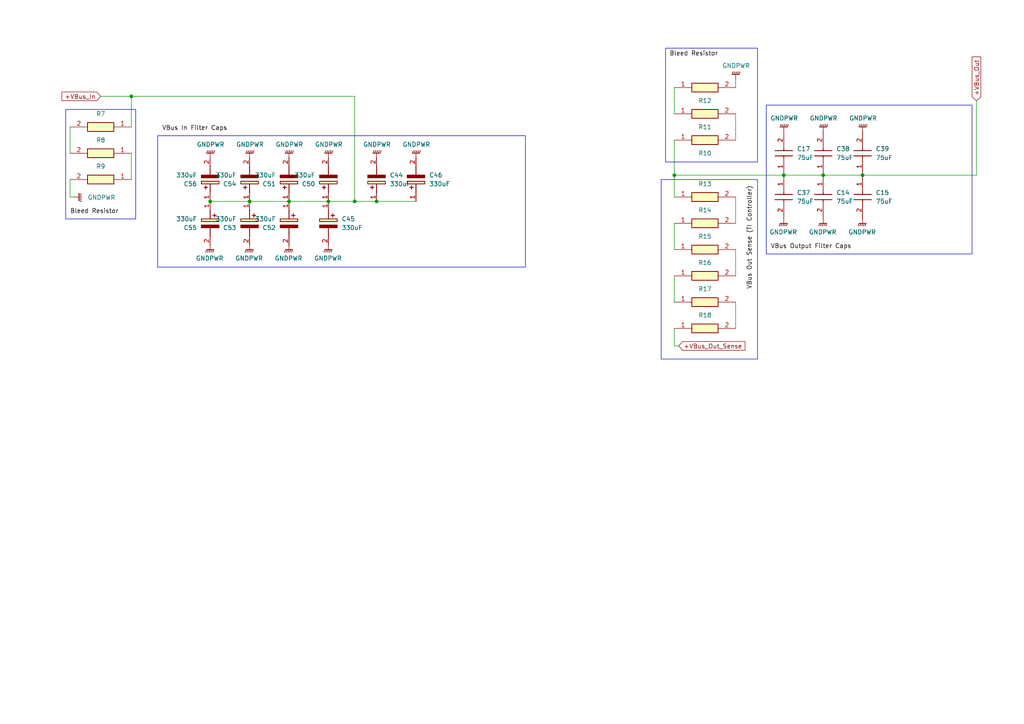
<source format=kicad_sch>
(kicad_sch (version 20250114) (generator "eeschema") (generator_version "9.0")
  (paper "A4")
  (title_block (title "5kw Modular Traction Inverter Boost Converter") (date "2025-02-02") (rev "1") (company "Rail Vehicle Traction Inverter") (comment 1 "UCSC") (comment 2 "Power Stages"))
  (lib_symbols
    (symbol "InverterCom:ALH82A750CB600" (pin_names (hide yes))
      (property "Reference" "C" (at 8.89 6.35 0))
      (property "Value" "ALH82A750CB600" (at 8.89 3.81 0))
      (symbol "ALH82A750CB600_1_1"
        (polyline (pts (xy 5.08 0) (xy 5.588 0)) (stroke (width 0.254)))
        (polyline (pts (xy 5.588 2.54) (xy 5.588 -2.54)) (stroke (width 0.254)))
        (polyline (pts (xy 7.112 2.54) (xy 7.112 -2.54)) (stroke (width 0.254)))
        (polyline (pts (xy 7.112 0) (xy 7.62 0)) (stroke (width 0.254)))
        (pin passive line (at 0 0 0) (length 5.08) (name "1") (number "1"))
        (pin passive line (at 12.7 0 180) (length 5.08) (name "2") (number "2"))
      )
    )
    (symbol "InverterCom:RC2512JK-071ML" (pin_names (hide yes))
      (property "Reference" "R" (at 13.97 6.35 0))
      (property "Value" "RC2512JK-071ML" (at 13.97 3.81 0))
      (symbol "RC2512JK-071ML_1_1"
        (rectangle (start 5.08 1.27) (end 12.7 -1.27) (stroke (width 0.254)) (fill (type background)))
        (pin passive line (at 0 0 0) (length 5.08) (name "1") (number "1"))
        (pin passive line (at 17.78 0 180) (length 5.08) (name "2") (number "2"))
      )
    )
    (symbol "InverterCom:SLPX331M200A1P3" (pin_names (hide yes))
      (property "Reference" "C" (at 8.89 6.35 0))
      (property "Value" "SLPX331M200A1P3" (at 8.89 3.81 0))
      (symbol "SLPX331M200A1P3_1_1"
        (polyline (pts (xy 2.54 0) (xy 5.08 0)) (stroke (width 0.254)))
        (polyline (pts (xy 4.064 1.778) (xy 4.064 0.762)) (stroke (width 0.254)))
        (polyline (pts (xy 4.572 1.27) (xy 3.556 1.27)) (stroke (width 0.254)))
        (rectangle (start 5.08 2.54) (end 5.842 -2.54) (stroke (width 0.254)) (fill (type background)))
        (polyline (pts (xy 7.62 2.54) (xy 7.62 -2.54) (xy 6.858 -2.54) (xy 6.858 2.54) (xy 7.62 2.54)) (stroke (width 0.254)) (fill (type outline)))
        (polyline (pts (xy 7.62 0) (xy 10.16 0)) (stroke (width 0.254)))
        (pin passive line (at 0 0 0) (length 2.54) (name "+") (number "1"))
        (pin passive line (at 12.7 0 180) (length 2.54) (name "-") (number "2"))
      )
    )
    (symbol "power:GNDPWR" (power) (pin_numbers (hide yes)) (pin_names (offset 0) (hide yes))
      (property "Value" "GNDPWR" (at 0 -3.302 0))
      (symbol "GNDPWR_0_1"
        (polyline (pts (xy -1.016 -1.27) (xy -1.27 -2.032) (xy -1.27 -2.032)) (stroke (width 0.2032)))
        (polyline (pts (xy -0.508 -1.27) (xy -0.762 -2.032) (xy -0.762 -2.032)) (stroke (width 0.2032)))
        (polyline (pts (xy 0 -1.27) (xy 0 0)))
        (polyline (pts (xy 0 -1.27) (xy -0.254 -2.032) (xy -0.254 -2.032)) (stroke (width 0.2032)))
        (polyline (pts (xy 0.508 -1.27) (xy 0.254 -2.032) (xy 0.254 -2.032)) (stroke (width 0.2032)))
        (polyline (pts (xy 1.016 -1.27) (xy -1.016 -1.27) (xy -1.016 -1.27)) (stroke (width 0.2032)))
        (polyline (pts (xy 1.016 -1.27) (xy 0.762 -2.032) (xy 0.762 -2.032) (xy 0.762 -2.032)) (stroke (width 0.2032)))
      )
      (symbol "GNDPWR_1_1"
        (pin power_in line (at 0 0 270) (length 0) (name "~") (number "1"))
      )
    )
  )
  (rectangle (start 222.25 30.48) (end 281.94 73.66))
  (rectangle (start 19.05 31.75) (end 39.37 63.5))
  (rectangle (start 191.77 52.07) (end 219.71 104.14))
  (rectangle (start 152.4 39.37) (end 45.72 77.47))
  (rectangle (start 219.71 46.99) (end 193.04 13.97))
  (junction (at 102.87 58.42))
  (junction (at 195.58 50.8))
  (junction (at 60.96 58.42))
  (junction (at 109.22 58.42))
  (junction (at 95.25 58.42))
  (junction (at 72.39 58.42))
  (junction (at 227.33 50.8))
  (junction (at 38.1 27.94))
  (junction (at 250.19 50.8))
  (junction (at 83.82 58.42))
  (junction (at 238.76 50.8))
  (wire (pts (xy 195.58 80.01) (xy 195.58 87.63)))
  (wire (pts (xy 213.36 22.86) (xy 213.36 25.4)))
  (wire (pts (xy 195.58 100.33) (xy 195.58 95.25)))
  (wire (pts (xy 227.33 50.8) (xy 238.76 50.8)))
  (wire (pts (xy 250.19 50.8) (xy 283.21 50.8)))
  (wire (pts (xy 83.82 58.42) (xy 72.39 58.42)))
  (wire (pts (xy 213.36 40.64) (xy 213.36 33.02)))
  (wire (pts (xy 213.36 87.63) (xy 213.36 95.25)))
  (wire (pts (xy 195.58 50.8) (xy 227.33 50.8)))
  (wire (pts (xy 213.36 72.39) (xy 213.36 80.01)))
  (wire (pts (xy 38.1 44.45) (xy 38.1 52.07)))
  (wire (pts (xy 195.58 64.77) (xy 195.58 72.39)))
  (wire (pts (xy 20.32 36.83) (xy 20.32 44.45)))
  (wire (pts (xy 195.58 25.4) (xy 195.58 33.02)))
  (wire (pts (xy 196.85 100.33) (xy 195.58 100.33)))
  (wire (pts (xy 20.32 52.07) (xy 20.32 57.15)))
  (wire (pts (xy 195.58 40.64) (xy 195.58 50.8)))
  (wire (pts (xy 195.58 50.8) (xy 195.58 57.15)))
  (wire (pts (xy 102.87 58.42) (xy 109.22 58.42)))
  (wire (pts (xy 72.39 58.42) (xy 60.96 58.42)))
  (wire (pts (xy 283.21 29.21) (xy 283.21 50.8)))
  (wire (pts (xy 120.65 58.42) (xy 109.22 58.42)))
  (wire (pts (xy 29.21 27.94) (xy 38.1 27.94)))
  (wire (pts (xy 20.32 57.15) (xy 21.59 57.15)))
  (wire (pts (xy 102.87 58.42) (xy 95.25 58.42)))
  (wire (pts (xy 95.25 58.42) (xy 83.82 58.42)))
  (wire (pts (xy 38.1 27.94) (xy 102.87 27.94)))
  (wire (pts (xy 38.1 27.94) (xy 38.1 36.83)))
  (wire (pts (xy 238.76 50.8) (xy 250.19 50.8)))
  (wire (pts (xy 213.36 57.15) (xy 213.36 64.77)))
  (wire (pts (xy 102.87 27.94) (xy 102.87 58.42)))
  (label "VBus In Filter Caps" (at 46.99 38.1 0))
  (label "Bleed Resistor" (at 208.28 16.51 180))
  (label "Bleed Resistor" (at 20.32 62.23 0))
  (label "VBus Out Sense (TI Controller)" (at 218.44 83.82 90))
  (label "VBus Output Filter Caps" (at 223.52 72.39 0))
  (global_label "+VBus_Out_Sense" (shape input) (at 196.85 100.33 0) (property "Intersheetrefs" "${INTERSHEET_REFS}" (effects (hide yes))))
  (global_label "+VBus_In" (shape input) (at 29.21 27.94 180) (property "Intersheetrefs" "${INTERSHEET_REFS}" (effects (hide yes))))
  (global_label "+VBus_Out" (shape input) (at 283.21 29.21 90) (property "Intersheetrefs" "${INTERSHEET_REFS}" (effects (hide yes))))
  (symbol (lib_id "InverterCom:RC2512JK-071ML") (at 195.58 40.64 0) (unit 1)
    (property "Reference" "R10" (at 204.47 44.45 0))
    (property "Value" "RC2512JK-071ML" (effects (hide yes)))
    (property "Footprint" "InverterCom:RESC6431X65N" (effects (hide yes)))
    (property "Datasheet" "https://www.yageo.com/upload/media/product/products/datasheet/rchip/PYu-RC_Group_51_RoHS_L_12.pdf" (effects (hide yes)))
    (property "Description" "1 MOhms +/-5% 1W Chip Resistor 2512 (6432 Metric) Moisture Resistant Thick Film" (effects (hide yes)))
    (property "Height" "0.65" (effects (hide yes)))
    (property "Mouser Part Number" "603-RC2512JK-071ML" (effects (hide yes)))
    (property "Mouser Price/Stock" "https://www.mouser.co.uk/ProductDetail/YAGEO/RC2512JK-071ML?qs=Fz%2FrpjPuTcGzVNzRy4mnPw%3D%3D" (effects (hide yes)))
    (property "Manufacturer_Name" "YAGEO" (effects (hide yes)))
    (property "Manufacturer_Part_Number" "RC2512JK-071ML" (effects (hide yes)))
  )
  (symbol (lib_id "InverterCom:RC2512JK-071ML") (at 38.1 52.07 180) (unit 1)
    (property "Reference" "R9" (at 29.21 48.26 0))
    (property "Value" "RC2512JK-071ML" (effects (hide yes)))
    (property "Footprint" "InverterCom:RESC6431X65N" (effects (hide yes)))
    (property "Datasheet" "https://www.yageo.com/upload/media/product/products/datasheet/rchip/PYu-RC_Group_51_RoHS_L_12.pdf" (effects (hide yes)))
    (property "Description" "1 MOhms +/-5% 1W Chip Resistor 2512 (6432 Metric) Moisture Resistant Thick Film" (effects (hide yes)))
    (property "Height" "0.65" (effects (hide yes)))
    (property "Mouser Part Number" "603-RC2512JK-071ML" (effects (hide yes)))
    (property "Mouser Price/Stock" "https://www.mouser.co.uk/ProductDetail/YAGEO/RC2512JK-071ML?qs=Fz%2FrpjPuTcGzVNzRy4mnPw%3D%3D" (effects (hide yes)))
    (property "Manufacturer_Name" "YAGEO" (effects (hide yes)))
    (property "Manufacturer_Part_Number" "RC2512JK-071ML" (effects (hide yes)))
  )
  (symbol (lib_id "InverterCom:ALH82A750CB600") (at 227.33 50.8 270) (unit 1)
    (property "Reference" "C37" (at 231.14 55.8799 90) (effects (justify left)))
    (property "Value" "75uF" (at 231.14 58.4199 90) (effects (justify left)))
    (property "Footprint" "InverterCom:ALH82A750CB600" (effects (hide yes)))
    (property "Datasheet" "https://search.kemet.com/component-documentation/download/specsheet/ALH82A750CB600" (effects (hide yes)))
    (property "Description" "75 F 600 V Aluminum Electrolytic Capacitors Radial, Can - Snap-In 1.861Ohm @ 100Hz 3000 Hrs @ 105C" (effects (hide yes)))
    (property "Height" "32" (effects (hide yes)))
    (property "Mouser Part Number" "80-ALH82A750CB600" (effects (hide yes)))
    (property "Mouser Price/Stock" "https://www.mouser.co.uk/ProductDetail/KEMET/ALH82A750CB600?qs=IPgv5n7u5QYD2qLIrnuv%2FQ%3D%3D" (effects (hide yes)))
    (property "Manufacturer_Name" "KEMET" (effects (hide yes)))
    (property "Manufacturer_Part_Number" "ALH82A750CB600" (effects (hide yes)))
  )
  (symbol (lib_id "power:GNDPWR") (at 83.82 71.12 0) (unit 1)
    (property "Reference" "#PWR056" (effects (hide yes)))
    (property "Value" "GNDPWR" (at 83.693 74.93 0))
    (property "Description" "Power symbol creates a global label with name \"GNDPWR\" , global ground" (effects (hide yes)))
  )
  (symbol (lib_id "power:GNDPWR") (at 95.25 45.72 180) (unit 1)
    (property "Reference" "#PWR054" (effects (hide yes)))
    (property "Value" "GNDPWR" (at 95.377 41.91 0))
    (property "Description" "Power symbol creates a global label with name \"GNDPWR\" , global ground" (effects (hide yes)))
  )
  (symbol (lib_id "power:GNDPWR") (at 213.36 22.86 180) (unit 1)
    (property "Reference" "#PWR018" (effects (hide yes)))
    (property "Value" "GNDPWR" (at 213.487 19.05 0))
    (property "Description" "Power symbol creates a global label with name \"GNDPWR\" , global ground" (effects (hide yes)))
  )
  (symbol (lib_id "power:GNDPWR") (at 60.96 71.12 0) (unit 1)
    (property "Reference" "#PWR060" (effects (hide yes)))
    (property "Value" "GNDPWR" (at 60.833 74.93 0))
    (property "Description" "Power symbol creates a global label with name \"GNDPWR\" , global ground" (effects (hide yes)))
  )
  (symbol (lib_id "InverterCom:RC2512JK-071ML") (at 195.58 33.02 0) (unit 1)
    (property "Reference" "R11" (at 204.47 36.83 0))
    (property "Value" "RC2512JK-071ML" (effects (hide yes)))
    (property "Footprint" "InverterCom:RESC6431X65N" (effects (hide yes)))
    (property "Datasheet" "https://www.yageo.com/upload/media/product/products/datasheet/rchip/PYu-RC_Group_51_RoHS_L_12.pdf" (effects (hide yes)))
    (property "Description" "1 MOhms +/-5% 1W Chip Resistor 2512 (6432 Metric) Moisture Resistant Thick Film" (effects (hide yes)))
    (property "Height" "0.65" (effects (hide yes)))
    (property "Mouser Part Number" "603-RC2512JK-071ML" (effects (hide yes)))
    (property "Mouser Price/Stock" "https://www.mouser.co.uk/ProductDetail/YAGEO/RC2512JK-071ML?qs=Fz%2FrpjPuTcGzVNzRy4mnPw%3D%3D" (effects (hide yes)))
    (property "Manufacturer_Name" "YAGEO" (effects (hide yes)))
    (property "Manufacturer_Part_Number" "RC2512JK-071ML" (effects (hide yes)))
  )
  (symbol (lib_id "power:GNDPWR") (at 109.22 45.72 180) (unit 1)
    (property "Reference" "#PWR046" (effects (hide yes)))
    (property "Value" "GNDPWR" (at 109.347 41.91 0))
    (property "Description" "Power symbol creates a global label with name \"GNDPWR\" , global ground" (effects (hide yes)))
  )
  (symbol (lib_id "InverterCom:RC2512JK-071ML") (at 195.58 80.01 0) (unit 1)
    (property "Reference" "R16" (at 204.47 76.2 0))
    (property "Value" "RC2512JK-071ML" (effects (hide yes)))
    (property "Footprint" "InverterCom:RESC6431X65N" (effects (hide yes)))
    (property "Datasheet" "https://www.yageo.com/upload/media/product/products/datasheet/rchip/PYu-RC_Group_51_RoHS_L_12.pdf" (effects (hide yes)))
    (property "Description" "1 MOhms +/-5% 1W Chip Resistor 2512 (6432 Metric) Moisture Resistant Thick Film" (effects (hide yes)))
    (property "Height" "0.65" (effects (hide yes)))
    (property "Mouser Part Number" "603-RC2512JK-071ML" (effects (hide yes)))
    (property "Mouser Price/Stock" "https://www.mouser.co.uk/ProductDetail/YAGEO/RC2512JK-071ML?qs=Fz%2FrpjPuTcGzVNzRy4mnPw%3D%3D" (effects (hide yes)))
    (property "Manufacturer_Name" "YAGEO" (effects (hide yes)))
    (property "Manufacturer_Part_Number" "RC2512JK-071ML" (effects (hide yes)))
  )
  (symbol (lib_id "power:GNDPWR") (at 250.19 63.5 0) (unit 1)
    (property "Reference" "#PWR043" (effects (hide yes)))
    (property "Value" "GNDPWR" (at 250.063 67.31 0))
    (property "Description" "Power symbol creates a global label with name \"GNDPWR\" , global ground" (effects (hide yes)))
  )
  (symbol (lib_id "power:GNDPWR") (at 83.82 45.72 180) (unit 1)
    (property "Reference" "#PWR055" (effects (hide yes)))
    (property "Value" "GNDPWR" (at 83.947 41.91 0))
    (property "Description" "Power symbol creates a global label with name \"GNDPWR\" , global ground" (effects (hide yes)))
  )
  (symbol (lib_id "power:GNDPWR") (at 227.33 38.1 180) (unit 1)
    (property "Reference" "#PWR019" (effects (hide yes)))
    (property "Value" "GNDPWR" (at 227.457 34.29 0))
    (property "Description" "Power symbol creates a global label with name \"GNDPWR\" , global ground" (effects (hide yes)))
  )
  (symbol (lib_id "power:GNDPWR") (at 21.59 57.15 90) (unit 1)
    (property "Reference" "#PWR017" (effects (hide yes)))
    (property "Value" "GNDPWR" (at 25.4 57.2769 90) (effects (justify right)))
    (property "Description" "Power symbol creates a global label with name \"GNDPWR\" , global ground" (effects (hide yes)))
  )
  (symbol (lib_id "InverterCom:ALH82A750CB600") (at 250.19 50.8 90) (unit 1)
    (property "Reference" "C39" (at 254 43.1799 90) (effects (justify right)))
    (property "Value" "75uF" (at 254 45.7199 90) (effects (justify right)))
    (property "Footprint" "InverterCom:ALH82A750CB600" (effects (hide yes)))
    (property "Datasheet" "https://search.kemet.com/component-documentation/download/specsheet/ALH82A750CB600" (effects (hide yes)))
    (property "Description" "75 F 600 V Aluminum Electrolytic Capacitors Radial, Can - Snap-In 1.861Ohm @ 100Hz 3000 Hrs @ 105C" (effects (hide yes)))
    (property "Height" "32" (effects (hide yes)))
    (property "Mouser Part Number" "80-ALH82A750CB600" (effects (hide yes)))
    (property "Mouser Price/Stock" "https://www.mouser.co.uk/ProductDetail/KEMET/ALH82A750CB600?qs=IPgv5n7u5QYD2qLIrnuv%2FQ%3D%3D" (effects (hide yes)))
    (property "Manufacturer_Name" "KEMET" (effects (hide yes)))
    (property "Manufacturer_Part_Number" "ALH82A750CB600" (effects (hide yes)))
  )
  (symbol (lib_id "InverterCom:SLPX331M200A1P3") (at 60.96 58.42 270) (unit 1)
    (property "Reference" "C55" (at 57.15 66.0401 90) (effects (justify right)))
    (property "Value" "330uF" (at 57.15 63.5001 90) (effects (justify right)))
    (property "Footprint" "InverterCom:CAPPRD1000W190D2250H2700" (effects (hide yes)))
    (property "Datasheet" "https://www.arrow.com/en/products/slpx331m200a1p3/cornell-dubilier-electronics" (effects (hide yes)))
    (property "Description" "Cap Aluminum Lytic 330uF 200V 20% (22 X 25mm) Snap-In 10mm 0.603 Ohm 1510mA 3000h 85C" (effects (hide yes)))
    (property "Height" "27" (effects (hide yes)))
    (property "Mouser Part Number" "598-SLPX331M200A1P3" (effects (hide yes)))
    (property "Mouser Price/Stock" "https://www.mouser.co.uk/ProductDetail/Cornell-Dubilier-CDE/SLPX331M200A1P3?qs=tRzVlScAa5ofnbB%2FIUpkZA%3D%3D" (effects (hide yes)))
    (property "Manufacturer_Name" "Cornell Dubilier" (effects (hide yes)))
    (property "Manufacturer_Part_Number" "SLPX331M200A1P3" (effects (hide yes)))
  )
  (symbol (lib_id "InverterCom:ALH82A750CB600") (at 227.33 50.8 90) (unit 1)
    (property "Reference" "C17" (at 231.14 43.1799 90) (effects (justify right)))
    (property "Value" "75uF" (at 231.14 45.7199 90) (effects (justify right)))
    (property "Footprint" "InverterCom:ALH82A750CB600" (effects (hide yes)))
    (property "Datasheet" "https://search.kemet.com/component-documentation/download/specsheet/ALH82A750CB600" (effects (hide yes)))
    (property "Description" "75 F 600 V Aluminum Electrolytic Capacitors Radial, Can - Snap-In 1.861Ohm @ 100Hz 3000 Hrs @ 105C" (effects (hide yes)))
    (property "Height" "32" (effects (hide yes)))
    (property "Mouser Part Number" "80-ALH82A750CB600" (effects (hide yes)))
    (property "Mouser Price/Stock" "https://www.mouser.co.uk/ProductDetail/KEMET/ALH82A750CB600?qs=IPgv5n7u5QYD2qLIrnuv%2FQ%3D%3D" (effects (hide yes)))
    (property "Manufacturer_Name" "KEMET" (effects (hide yes)))
    (property "Manufacturer_Part_Number" "ALH82A750CB600" (effects (hide yes)))
  )
  (symbol (lib_id "InverterCom:RC2512JK-071ML") (at 38.1 44.45 180) (unit 1)
    (property "Reference" "R8" (at 29.21 40.64 0))
    (property "Value" "RC2512JK-071ML" (effects (hide yes)))
    (property "Footprint" "InverterCom:RESC6431X65N" (effects (hide yes)))
    (property "Datasheet" "https://www.yageo.com/upload/media/product/products/datasheet/rchip/PYu-RC_Group_51_RoHS_L_12.pdf" (effects (hide yes)))
    (property "Description" "1 MOhms +/-5% 1W Chip Resistor 2512 (6432 Metric) Moisture Resistant Thick Film" (effects (hide yes)))
    (property "Height" "0.65" (effects (hide yes)))
    (property "Mouser Part Number" "603-RC2512JK-071ML" (effects (hide yes)))
    (property "Mouser Price/Stock" "https://www.mouser.co.uk/ProductDetail/YAGEO/RC2512JK-071ML?qs=Fz%2FrpjPuTcGzVNzRy4mnPw%3D%3D" (effects (hide yes)))
    (property "Manufacturer_Name" "YAGEO" (effects (hide yes)))
    (property "Manufacturer_Part_Number" "RC2512JK-071ML" (effects (hide yes)))
  )
  (symbol (lib_id "InverterCom:SLPX331M200A1P3") (at 83.82 58.42 90) (unit 1)
    (property "Reference" "C51" (at 80.01 53.3401 90) (effects (justify left)))
    (property "Value" "330uF" (at 80.01 50.8001 90) (effects (justify left)))
    (property "Footprint" "InverterCom:CAPPRD1000W190D2250H2700" (effects (hide yes)))
    (property "Datasheet" "https://www.arrow.com/en/products/slpx331m200a1p3/cornell-dubilier-electronics" (effects (hide yes)))
    (property "Description" "Cap Aluminum Lytic 330uF 200V 20% (22 X 25mm) Snap-In 10mm 0.603 Ohm 1510mA 3000h 85C" (effects (hide yes)))
    (property "Height" "27" (effects (hide yes)))
    (property "Mouser Part Number" "598-SLPX331M200A1P3" (effects (hide yes)))
    (property "Mouser Price/Stock" "https://www.mouser.co.uk/ProductDetail/Cornell-Dubilier-CDE/SLPX331M200A1P3?qs=tRzVlScAa5ofnbB%2FIUpkZA%3D%3D" (effects (hide yes)))
    (property "Manufacturer_Name" "Cornell Dubilier" (effects (hide yes)))
    (property "Manufacturer_Part_Number" "SLPX331M200A1P3" (effects (hide yes)))
  )
  (symbol (lib_id "InverterCom:SLPX331M200A1P3") (at 109.22 58.42 90) (unit 1)
    (property "Reference" "C44" (at 113.03 50.7999 90) (effects (justify right)))
    (property "Value" "330uF" (at 113.03 53.3399 90) (effects (justify right)))
    (property "Footprint" "InverterCom:CAPPRD1000W190D2250H2700" (effects (hide yes)))
    (property "Datasheet" "https://www.arrow.com/en/products/slpx331m200a1p3/cornell-dubilier-electronics" (effects (hide yes)))
    (property "Description" "Cap Aluminum Lytic 330uF 200V 20% (22 X 25mm) Snap-In 10mm 0.603 Ohm 1510mA 3000h 85C" (effects (hide yes)))
    (property "Height" "27" (effects (hide yes)))
    (property "Mouser Part Number" "598-SLPX331M200A1P3" (effects (hide yes)))
    (property "Mouser Price/Stock" "https://www.mouser.co.uk/ProductDetail/Cornell-Dubilier-CDE/SLPX331M200A1P3?qs=tRzVlScAa5ofnbB%2FIUpkZA%3D%3D" (effects (hide yes)))
    (property "Manufacturer_Name" "Cornell Dubilier" (effects (hide yes)))
    (property "Manufacturer_Part_Number" "SLPX331M200A1P3" (effects (hide yes)))
  )
  (symbol (lib_id "InverterCom:ALH82A750CB600") (at 250.19 50.8 270) (unit 1)
    (property "Reference" "C15" (at 254 55.8799 90) (effects (justify left)))
    (property "Value" "75uF" (at 254 58.4199 90) (effects (justify left)))
    (property "Footprint" "InverterCom:ALH82A750CB600" (effects (hide yes)))
    (property "Datasheet" "https://search.kemet.com/component-documentation/download/specsheet/ALH82A750CB600" (effects (hide yes)))
    (property "Description" "75 F 600 V Aluminum Electrolytic Capacitors Radial, Can - Snap-In 1.861Ohm @ 100Hz 3000 Hrs @ 105C" (effects (hide yes)))
    (property "Height" "32" (effects (hide yes)))
    (property "Mouser Part Number" "80-ALH82A750CB600" (effects (hide yes)))
    (property "Mouser Price/Stock" "https://www.mouser.co.uk/ProductDetail/KEMET/ALH82A750CB600?qs=IPgv5n7u5QYD2qLIrnuv%2FQ%3D%3D" (effects (hide yes)))
    (property "Manufacturer_Name" "KEMET" (effects (hide yes)))
    (property "Manufacturer_Part_Number" "ALH82A750CB600" (effects (hide yes)))
  )
  (symbol (lib_id "InverterCom:RC2512JK-071ML") (at 195.58 87.63 0) (unit 1)
    (property "Reference" "R17" (at 204.47 83.82 0))
    (property "Value" "RC2512JK-071ML" (effects (hide yes)))
    (property "Footprint" "InverterCom:RESC6431X65N" (effects (hide yes)))
    (property "Datasheet" "https://www.yageo.com/upload/media/product/products/datasheet/rchip/PYu-RC_Group_51_RoHS_L_12.pdf" (effects (hide yes)))
    (property "Description" "1 MOhms +/-5% 1W Chip Resistor 2512 (6432 Metric) Moisture Resistant Thick Film" (effects (hide yes)))
    (property "Height" "0.65" (effects (hide yes)))
    (property "Mouser Part Number" "603-RC2512JK-071ML" (effects (hide yes)))
    (property "Mouser Price/Stock" "https://www.mouser.co.uk/ProductDetail/YAGEO/RC2512JK-071ML?qs=Fz%2FrpjPuTcGzVNzRy4mnPw%3D%3D" (effects (hide yes)))
    (property "Manufacturer_Name" "YAGEO" (effects (hide yes)))
    (property "Manufacturer_Part_Number" "RC2512JK-071ML" (effects (hide yes)))
  )
  (symbol (lib_id "power:GNDPWR") (at 60.96 45.72 180) (unit 1)
    (property "Reference" "#PWR059" (effects (hide yes)))
    (property "Value" "GNDPWR" (at 61.087 41.91 0))
    (property "Description" "Power symbol creates a global label with name \"GNDPWR\" , global ground" (effects (hide yes)))
  )
  (symbol (lib_id "InverterCom:SLPX331M200A1P3") (at 83.82 58.42 270) (unit 1)
    (property "Reference" "C52" (at 80.01 66.0401 90) (effects (justify right)))
    (property "Value" "330uF" (at 80.01 63.5001 90) (effects (justify right)))
    (property "Footprint" "InverterCom:CAPPRD1000W190D2250H2700" (effects (hide yes)))
    (property "Datasheet" "https://www.arrow.com/en/products/slpx331m200a1p3/cornell-dubilier-electronics" (effects (hide yes)))
    (property "Description" "Cap Aluminum Lytic 330uF 200V 20% (22 X 25mm) Snap-In 10mm 0.603 Ohm 1510mA 3000h 85C" (effects (hide yes)))
    (property "Height" "27" (effects (hide yes)))
    (property "Mouser Part Number" "598-SLPX331M200A1P3" (effects (hide yes)))
    (property "Mouser Price/Stock" "https://www.mouser.co.uk/ProductDetail/Cornell-Dubilier-CDE/SLPX331M200A1P3?qs=tRzVlScAa5ofnbB%2FIUpkZA%3D%3D" (effects (hide yes)))
    (property "Manufacturer_Name" "Cornell Dubilier" (effects (hide yes)))
    (property "Manufacturer_Part_Number" "SLPX331M200A1P3" (effects (hide yes)))
  )
  (symbol (lib_id "power:GNDPWR") (at 120.65 45.72 180) (unit 1)
    (property "Reference" "#PWR048" (effects (hide yes)))
    (property "Value" "GNDPWR" (at 120.777 41.91 0))
    (property "Description" "Power symbol creates a global label with name \"GNDPWR\" , global ground" (effects (hide yes)))
  )
  (symbol (lib_id "InverterCom:RC2512JK-071ML") (at 195.58 95.25 0) (unit 1)
    (property "Reference" "R18" (at 204.47 91.44 0))
    (property "Value" "RC2512JK-071ML" (effects (hide yes)))
    (property "Footprint" "InverterCom:RESC6431X65N" (effects (hide yes)))
    (property "Datasheet" "https://www.yageo.com/upload/media/product/products/datasheet/rchip/PYu-RC_Group_51_RoHS_L_12.pdf" (effects (hide yes)))
    (property "Description" "1 MOhms +/-5% 1W Chip Resistor 2512 (6432 Metric) Moisture Resistant Thick Film" (effects (hide yes)))
    (property "Height" "0.65" (effects (hide yes)))
    (property "Mouser Part Number" "603-RC2512JK-071ML" (effects (hide yes)))
    (property "Mouser Price/Stock" "https://www.mouser.co.uk/ProductDetail/YAGEO/RC2512JK-071ML?qs=Fz%2FrpjPuTcGzVNzRy4mnPw%3D%3D" (effects (hide yes)))
    (property "Manufacturer_Name" "YAGEO" (effects (hide yes)))
    (property "Manufacturer_Part_Number" "RC2512JK-071ML" (effects (hide yes)))
  )
  (symbol (lib_id "InverterCom:SLPX331M200A1P3") (at 95.25 58.42 270) (unit 1)
    (property "Reference" "C45" (at 99.06 63.4999 90) (effects (justify left)))
    (property "Value" "330uF" (at 99.06 66.0399 90) (effects (justify left)))
    (property "Footprint" "InverterCom:CAPPRD1000W190D2250H2700" (effects (hide yes)))
    (property "Datasheet" "https://www.arrow.com/en/products/slpx331m200a1p3/cornell-dubilier-electronics" (effects (hide yes)))
    (property "Description" "Cap Aluminum Lytic 330uF 200V 20% (22 X 25mm) Snap-In 10mm 0.603 Ohm 1510mA 3000h 85C" (effects (hide yes)))
    (property "Height" "27" (effects (hide yes)))
    (property "Mouser Part Number" "598-SLPX331M200A1P3" (effects (hide yes)))
    (property "Mouser Price/Stock" "https://www.mouser.co.uk/ProductDetail/Cornell-Dubilier-CDE/SLPX331M200A1P3?qs=tRzVlScAa5ofnbB%2FIUpkZA%3D%3D" (effects (hide yes)))
    (property "Manufacturer_Name" "Cornell Dubilier" (effects (hide yes)))
    (property "Manufacturer_Part_Number" "SLPX331M200A1P3" (effects (hide yes)))
  )
  (symbol (lib_id "InverterCom:RC2512JK-071ML") (at 38.1 36.83 180) (unit 1)
    (property "Reference" "R7" (at 29.21 33.02 0))
    (property "Value" "RC2512JK-071ML" (effects (hide yes)))
    (property "Footprint" "InverterCom:RESC6431X65N" (effects (hide yes)))
    (property "Datasheet" "https://www.yageo.com/upload/media/product/products/datasheet/rchip/PYu-RC_Group_51_RoHS_L_12.pdf" (effects (hide yes)))
    (property "Description" "1 MOhms +/-5% 1W Chip Resistor 2512 (6432 Metric) Moisture Resistant Thick Film" (effects (hide yes)))
    (property "Height" "0.65" (effects (hide yes)))
    (property "Mouser Part Number" "603-RC2512JK-071ML" (effects (hide yes)))
    (property "Mouser Price/Stock" "https://www.mouser.co.uk/ProductDetail/YAGEO/RC2512JK-071ML?qs=Fz%2FrpjPuTcGzVNzRy4mnPw%3D%3D" (effects (hide yes)))
    (property "Manufacturer_Name" "YAGEO" (effects (hide yes)))
    (property "Manufacturer_Part_Number" "RC2512JK-071ML" (effects (hide yes)))
  )
  (symbol (lib_id "InverterCom:RC2512JK-071ML") (at 195.58 57.15 0) (unit 1)
    (property "Reference" "R13" (at 204.47 53.34 0))
    (property "Value" "RC2512JK-071ML" (effects (hide yes)))
    (property "Footprint" "InverterCom:RESC6431X65N" (effects (hide yes)))
    (property "Datasheet" "https://www.yageo.com/upload/media/product/products/datasheet/rchip/PYu-RC_Group_51_RoHS_L_12.pdf" (effects (hide yes)))
    (property "Description" "1 MOhms +/-5% 1W Chip Resistor 2512 (6432 Metric) Moisture Resistant Thick Film" (effects (hide yes)))
    (property "Height" "0.65" (effects (hide yes)))
    (property "Mouser Part Number" "603-RC2512JK-071ML" (effects (hide yes)))
    (property "Mouser Price/Stock" "https://www.mouser.co.uk/ProductDetail/YAGEO/RC2512JK-071ML?qs=Fz%2FrpjPuTcGzVNzRy4mnPw%3D%3D" (effects (hide yes)))
    (property "Manufacturer_Name" "YAGEO" (effects (hide yes)))
    (property "Manufacturer_Part_Number" "RC2512JK-071ML" (effects (hide yes)))
  )
  (symbol (lib_id "InverterCom:SLPX331M200A1P3") (at 60.96 58.42 90) (unit 1)
    (property "Reference" "C56" (at 57.15 53.3401 90) (effects (justify left)))
    (property "Value" "330uF" (at 57.15 50.8001 90) (effects (justify left)))
    (property "Footprint" "InverterCom:CAPPRD1000W190D2250H2700" (effects (hide yes)))
    (property "Datasheet" "https://www.arrow.com/en/products/slpx331m200a1p3/cornell-dubilier-electronics" (effects (hide yes)))
    (property "Description" "Cap Aluminum Lytic 330uF 200V 20% (22 X 25mm) Snap-In 10mm 0.603 Ohm 1510mA 3000h 85C" (effects (hide yes)))
    (property "Height" "27" (effects (hide yes)))
    (property "Mouser Part Number" "598-SLPX331M200A1P3" (effects (hide yes)))
    (property "Mouser Price/Stock" "https://www.mouser.co.uk/ProductDetail/Cornell-Dubilier-CDE/SLPX331M200A1P3?qs=tRzVlScAa5ofnbB%2FIUpkZA%3D%3D" (effects (hide yes)))
    (property "Manufacturer_Name" "Cornell Dubilier" (effects (hide yes)))
    (property "Manufacturer_Part_Number" "SLPX331M200A1P3" (effects (hide yes)))
  )
  (symbol (lib_id "power:GNDPWR") (at 227.33 63.5 0) (unit 1)
    (property "Reference" "#PWR045" (effects (hide yes)))
    (property "Value" "GNDPWR" (at 227.203 67.31 0))
    (property "Description" "Power symbol creates a global label with name \"GNDPWR\" , global ground" (effects (hide yes)))
  )
  (symbol (lib_id "power:GNDPWR") (at 250.19 38.1 180) (unit 1)
    (property "Reference" "#PWR021" (effects (hide yes)))
    (property "Value" "GNDPWR" (at 250.317 34.29 0))
    (property "Description" "Power symbol creates a global label with name \"GNDPWR\" , global ground" (effects (hide yes)))
  )
  (symbol (lib_id "InverterCom:SLPX331M200A1P3") (at 95.25 58.42 90) (unit 1)
    (property "Reference" "C50" (at 91.44 53.3401 90) (effects (justify left)))
    (property "Value" "330uF" (at 91.44 50.8001 90) (effects (justify left)))
    (property "Footprint" "InverterCom:CAPPRD1000W190D2250H2700" (effects (hide yes)))
    (property "Datasheet" "https://www.arrow.com/en/products/slpx331m200a1p3/cornell-dubilier-electronics" (effects (hide yes)))
    (property "Description" "Cap Aluminum Lytic 330uF 200V 20% (22 X 25mm) Snap-In 10mm 0.603 Ohm 1510mA 3000h 85C" (effects (hide yes)))
    (property "Height" "27" (effects (hide yes)))
    (property "Mouser Part Number" "598-SLPX331M200A1P3" (effects (hide yes)))
    (property "Mouser Price/Stock" "https://www.mouser.co.uk/ProductDetail/Cornell-Dubilier-CDE/SLPX331M200A1P3?qs=tRzVlScAa5ofnbB%2FIUpkZA%3D%3D" (effects (hide yes)))
    (property "Manufacturer_Name" "Cornell Dubilier" (effects (hide yes)))
    (property "Manufacturer_Part_Number" "SLPX331M200A1P3" (effects (hide yes)))
  )
  (symbol (lib_id "InverterCom:SLPX331M200A1P3") (at 120.65 58.42 90) (unit 1)
    (property "Reference" "C46" (at 124.46 50.7999 90) (effects (justify right)))
    (property "Value" "330uF" (at 124.46 53.3399 90) (effects (justify right)))
    (property "Footprint" "InverterCom:CAPPRD1000W190D2250H2700" (effects (hide yes)))
    (property "Datasheet" "https://www.arrow.com/en/products/slpx331m200a1p3/cornell-dubilier-electronics" (effects (hide yes)))
    (property "Description" "Cap Aluminum Lytic 330uF 200V 20% (22 X 25mm) Snap-In 10mm 0.603 Ohm 1510mA 3000h 85C" (effects (hide yes)))
    (property "Height" "27" (effects (hide yes)))
    (property "Mouser Part Number" "598-SLPX331M200A1P3" (effects (hide yes)))
    (property "Mouser Price/Stock" "https://www.mouser.co.uk/ProductDetail/Cornell-Dubilier-CDE/SLPX331M200A1P3?qs=tRzVlScAa5ofnbB%2FIUpkZA%3D%3D" (effects (hide yes)))
    (property "Manufacturer_Name" "Cornell Dubilier" (effects (hide yes)))
    (property "Manufacturer_Part_Number" "SLPX331M200A1P3" (effects (hide yes)))
  )
  (symbol (lib_id "power:GNDPWR") (at 238.76 63.5 0) (unit 1)
    (property "Reference" "#PWR044" (effects (hide yes)))
    (property "Value" "GNDPWR" (at 238.633 67.31 0))
    (property "Description" "Power symbol creates a global label with name \"GNDPWR\" , global ground" (effects (hide yes)))
  )
  (symbol (lib_id "power:GNDPWR") (at 72.39 71.12 0) (unit 1)
    (property "Reference" "#PWR058" (effects (hide yes)))
    (property "Value" "GNDPWR" (at 72.263 74.93 0))
    (property "Description" "Power symbol creates a global label with name \"GNDPWR\" , global ground" (effects (hide yes)))
  )
  (symbol (lib_id "power:GNDPWR") (at 238.76 38.1 180) (unit 1)
    (property "Reference" "#PWR020" (effects (hide yes)))
    (property "Value" "GNDPWR" (at 238.887 34.29 0))
    (property "Description" "Power symbol creates a global label with name \"GNDPWR\" , global ground" (effects (hide yes)))
  )
  (symbol (lib_id "InverterCom:RC2512JK-071ML") (at 195.58 72.39 0) (unit 1)
    (property "Reference" "R15" (at 204.47 68.58 0))
    (property "Value" "RC2512JK-071ML" (effects (hide yes)))
    (property "Footprint" "InverterCom:RESC6431X65N" (effects (hide yes)))
    (property "Datasheet" "https://www.yageo.com/upload/media/product/products/datasheet/rchip/PYu-RC_Group_51_RoHS_L_12.pdf" (effects (hide yes)))
    (property "Description" "1 MOhms +/-5% 1W Chip Resistor 2512 (6432 Metric) Moisture Resistant Thick Film" (effects (hide yes)))
    (property "Height" "0.65" (effects (hide yes)))
    (property "Mouser Part Number" "603-RC2512JK-071ML" (effects (hide yes)))
    (property "Mouser Price/Stock" "https://www.mouser.co.uk/ProductDetail/YAGEO/RC2512JK-071ML?qs=Fz%2FrpjPuTcGzVNzRy4mnPw%3D%3D" (effects (hide yes)))
    (property "Manufacturer_Name" "YAGEO" (effects (hide yes)))
    (property "Manufacturer_Part_Number" "RC2512JK-071ML" (effects (hide yes)))
  )
  (symbol (lib_id "InverterCom:RC2512JK-071ML") (at 195.58 25.4 0) (unit 1)
    (property "Reference" "R12" (at 204.47 29.21 0))
    (property "Value" "RC2512JK-071ML" (effects (hide yes)))
    (property "Footprint" "InverterCom:RESC6431X65N" (effects (hide yes)))
    (property "Datasheet" "https://www.yageo.com/upload/media/product/products/datasheet/rchip/PYu-RC_Group_51_RoHS_L_12.pdf" (effects (hide yes)))
    (property "Description" "1 MOhms +/-5% 1W Chip Resistor 2512 (6432 Metric) Moisture Resistant Thick Film" (effects (hide yes)))
    (property "Height" "0.65" (effects (hide yes)))
    (property "Mouser Part Number" "603-RC2512JK-071ML" (effects (hide yes)))
    (property "Mouser Price/Stock" "https://www.mouser.co.uk/ProductDetail/YAGEO/RC2512JK-071ML?qs=Fz%2FrpjPuTcGzVNzRy4mnPw%3D%3D" (effects (hide yes)))
    (property "Manufacturer_Name" "YAGEO" (effects (hide yes)))
    (property "Manufacturer_Part_Number" "RC2512JK-071ML" (effects (hide yes)))
  )
  (symbol (lib_id "InverterCom:RC2512JK-071ML") (at 195.58 64.77 0) (unit 1)
    (property "Reference" "R14" (at 204.47 60.96 0))
    (property "Value" "RC2512JK-071ML" (effects (hide yes)))
    (property "Footprint" "InverterCom:RESC6431X65N" (effects (hide yes)))
    (property "Datasheet" "https://www.yageo.com/upload/media/product/products/datasheet/rchip/PYu-RC_Group_51_RoHS_L_12.pdf" (effects (hide yes)))
    (property "Description" "1 MOhms +/-5% 1W Chip Resistor 2512 (6432 Metric) Moisture Resistant Thick Film" (effects (hide yes)))
    (property "Height" "0.65" (effects (hide yes)))
    (property "Mouser Part Number" "603-RC2512JK-071ML" (effects (hide yes)))
    (property "Mouser Price/Stock" "https://www.mouser.co.uk/ProductDetail/YAGEO/RC2512JK-071ML?qs=Fz%2FrpjPuTcGzVNzRy4mnPw%3D%3D" (effects (hide yes)))
    (property "Manufacturer_Name" "YAGEO" (effects (hide yes)))
    (property "Manufacturer_Part_Number" "RC2512JK-071ML" (effects (hide yes)))
  )
  (symbol (lib_id "power:GNDPWR") (at 95.25 71.12 0) (unit 1)
    (property "Reference" "#PWR049" (effects (hide yes)))
    (property "Value" "GNDPWR" (at 95.123 74.93 0))
    (property "Description" "Power symbol creates a global label with name \"GNDPWR\" , global ground" (effects (hide yes)))
  )
  (symbol (lib_id "InverterCom:SLPX331M200A1P3") (at 72.39 58.42 270) (unit 1)
    (property "Reference" "C53" (at 68.58 66.0401 90) (effects (justify right)))
    (property "Value" "330uF" (at 68.58 63.5001 90) (effects (justify right)))
    (property "Footprint" "InverterCom:CAPPRD1000W190D2250H2700" (effects (hide yes)))
    (property "Datasheet" "https://www.arrow.com/en/products/slpx331m200a1p3/cornell-dubilier-electronics" (effects (hide yes)))
    (property "Description" "Cap Aluminum Lytic 330uF 200V 20% (22 X 25mm) Snap-In 10mm 0.603 Ohm 1510mA 3000h 85C" (effects (hide yes)))
    (property "Height" "27" (effects (hide yes)))
    (property "Mouser Part Number" "598-SLPX331M200A1P3" (effects (hide yes)))
    (property "Mouser Price/Stock" "https://www.mouser.co.uk/ProductDetail/Cornell-Dubilier-CDE/SLPX331M200A1P3?qs=tRzVlScAa5ofnbB%2FIUpkZA%3D%3D" (effects (hide yes)))
    (property "Manufacturer_Name" "Cornell Dubilier" (effects (hide yes)))
    (property "Manufacturer_Part_Number" "SLPX331M200A1P3" (effects (hide yes)))
  )
  (symbol (lib_id "InverterCom:ALH82A750CB600") (at 238.76 50.8 90) (unit 1)
    (property "Reference" "C38" (at 242.57 43.1799 90) (effects (justify right)))
    (property "Value" "75uF" (at 242.57 45.7199 90) (effects (justify right)))
    (property "Footprint" "InverterCom:ALH82A750CB600" (effects (hide yes)))
    (property "Datasheet" "https://search.kemet.com/component-documentation/download/specsheet/ALH82A750CB600" (effects (hide yes)))
    (property "Description" "75 F 600 V Aluminum Electrolytic Capacitors Radial, Can - Snap-In 1.861Ohm @ 100Hz 3000 Hrs @ 105C" (effects (hide yes)))
    (property "Height" "32" (effects (hide yes)))
    (property "Mouser Part Number" "80-ALH82A750CB600" (effects (hide yes)))
    (property "Mouser Price/Stock" "https://www.mouser.co.uk/ProductDetail/KEMET/ALH82A750CB600?qs=IPgv5n7u5QYD2qLIrnuv%2FQ%3D%3D" (effects (hide yes)))
    (property "Manufacturer_Name" "KEMET" (effects (hide yes)))
    (property "Manufacturer_Part_Number" "ALH82A750CB600" (effects (hide yes)))
  )
  (symbol (lib_id "power:GNDPWR") (at 72.39 45.72 180) (unit 1)
    (property "Reference" "#PWR057" (effects (hide yes)))
    (property "Value" "GNDPWR" (at 72.517 41.91 0))
    (property "Description" "Power symbol creates a global label with name \"GNDPWR\" , global ground" (effects (hide yes)))
  )
  (symbol (lib_id "InverterCom:ALH82A750CB600") (at 238.76 50.8 270) (unit 1)
    (property "Reference" "C14" (at 242.57 55.8799 90) (effects (justify left)))
    (property "Value" "75uF" (at 242.57 58.4199 90) (effects (justify left)))
    (property "Footprint" "InverterCom:ALH82A750CB600" (effects (hide yes)))
    (property "Datasheet" "https://search.kemet.com/component-documentation/download/specsheet/ALH82A750CB600" (effects (hide yes)))
    (property "Description" "75 F 600 V Aluminum Electrolytic Capacitors Radial, Can - Snap-In 1.861Ohm @ 100Hz 3000 Hrs @ 105C" (effects (hide yes)))
    (property "Height" "32" (effects (hide yes)))
    (property "Mouser Part Number" "80-ALH82A750CB600" (effects (hide yes)))
    (property "Mouser Price/Stock" "https://www.mouser.co.uk/ProductDetail/KEMET/ALH82A750CB600?qs=IPgv5n7u5QYD2qLIrnuv%2FQ%3D%3D" (effects (hide yes)))
    (property "Manufacturer_Name" "KEMET" (effects (hide yes)))
    (property "Manufacturer_Part_Number" "ALH82A750CB600" (effects (hide yes)))
  )
  (symbol (lib_id "InverterCom:SLPX331M200A1P3") (at 72.39 58.42 90) (unit 1)
    (property "Reference" "C54" (at 68.58 53.3401 90) (effects (justify left)))
    (property "Value" "330uF" (at 68.58 50.8001 90) (effects (justify left)))
    (property "Footprint" "InverterCom:CAPPRD1000W190D2250H2700" (effects (hide yes)))
    (property "Datasheet" "https://www.arrow.com/en/products/slpx331m200a1p3/cornell-dubilier-electronics" (effects (hide yes)))
    (property "Description" "Cap Aluminum Lytic 330uF 200V 20% (22 X 25mm) Snap-In 10mm 0.603 Ohm 1510mA 3000h 85C" (effects (hide yes)))
    (property "Height" "27" (effects (hide yes)))
    (property "Mouser Part Number" "598-SLPX331M200A1P3" (effects (hide yes)))
    (property "Mouser Price/Stock" "https://www.mouser.co.uk/ProductDetail/Cornell-Dubilier-CDE/SLPX331M200A1P3?qs=tRzVlScAa5ofnbB%2FIUpkZA%3D%3D" (effects (hide yes)))
    (property "Manufacturer_Name" "Cornell Dubilier" (effects (hide yes)))
    (property "Manufacturer_Part_Number" "SLPX331M200A1P3" (effects (hide yes)))
  )
)
</source>
